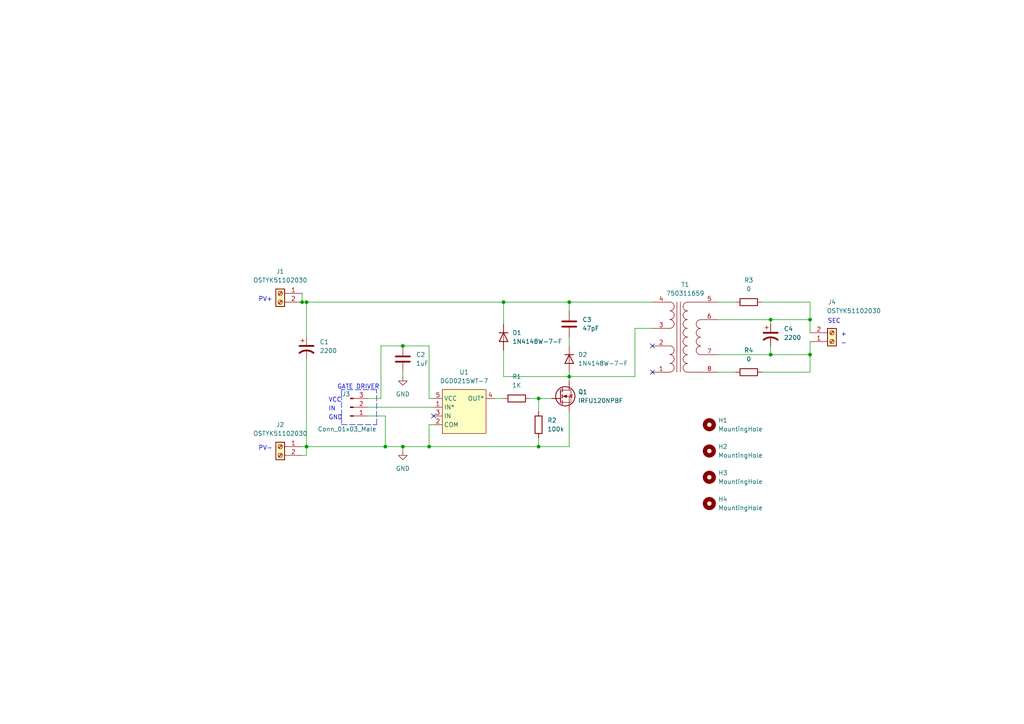
<source format=kicad_sch>
(kicad_sch (version 20211123) (generator eeschema)
  (paper "A4")
  (title_block (title "DPP Architecture for an MPPT design - Leonardo Ward") (date "2022-04-30") (rev "1.0"))
  (lib_symbols
    (symbol "C-1uF-0805:1uF" (pin_numbers hide) (pin_names (offset 1.016) hide)
      (property "Reference" "C" (at 3.81 3.81 0))
      (property "Value" "1uF" (at 5.08 1.27 0))
      (symbol "1uF_1_1"
        (polyline (pts (xy -2.032 -0.762) (xy 2.032 -0.762)) (stroke (width 0.508)))
        (polyline (pts (xy -2.032 0.762) (xy 2.032 0.762)) (stroke (width 0.508)))
        (pin passive line (at 0 3.81 270) (length 2.794) (name "~") (number "1"))
        (pin passive line (at 0 -3.81 90) (length 2.794) (name "~") (number "2"))
      )
    )
    (symbol "C-2200uF-50V-20%:2200" (pin_numbers hide) (pin_names hide)
      (property "Reference" "C" (at 2.54 5.08 0))
      (property "Value" "2200" (at 3.81 2.54 0))
      (symbol "2200_0_1"
        (polyline (pts (xy -2.032 0) (xy 2.032 0)) (stroke (width 0.508)))
        (polyline (pts (xy -1.651 1.524) (xy -0.635 1.524)))
        (polyline (pts (xy -1.143 1.016) (xy -1.143 2.032)))
        (arc (start 2.032 -2.0321) (mid 0 -1.3193) (end -2.032 -2.0321) (stroke (width 0.508)))
      )
      (symbol "2200_1_1"
        (pin passive line (at 0 2.54 270) (length 2.54) (name "~") (number "1"))
        (pin passive line (at 0 -3.81 90) (length 2.54) (name "~") (number "2"))
      )
    )
    (symbol "C-47pF-0805-100V-5%:47pF" (pin_numbers hide) (pin_names (offset 1.016) hide)
      (property "Reference" "C" (at 5.08 2.54 0))
      (property "Value" "47pF" (at 5.08 0 0))
      (symbol "47pF_1_1"
        (polyline (pts (xy -2.032 -0.762) (xy 2.032 -0.762)) (stroke (width 0.508)))
        (polyline (pts (xy -2.032 0.762) (xy 2.032 0.762)) (stroke (width 0.508)))
        (pin passive line (at 0 3.81 270) (length 2.794) (name "~") (number "1"))
        (pin passive line (at 0 -3.81 90) (length 2.794) (name "~") (number "2"))
      )
    )
    (symbol "Connector:Conn_01x03_Male" (pin_names (offset 1.016) hide)
      (property "Reference" "J" (at 0 5.08 0))
      (property "Value" "Conn_01x03_Male" (at 0 -5.08 0))
      (symbol "Conn_01x03_Male_1_1"
        (polyline (pts (xy 1.27 -2.54) (xy 0.8636 -2.54)) (stroke (width 0.1524)))
        (polyline (pts (xy 1.27 0) (xy 0.8636 0)) (stroke (width 0.1524)))
        (polyline (pts (xy 1.27 2.54) (xy 0.8636 2.54)) (stroke (width 0.1524)))
        (rectangle (start 0.8636 -2.413) (end 0 -2.667) (stroke (width 0.1524)) (fill (type outline)))
        (rectangle (start 0.8636 0.127) (end 0 -0.127) (stroke (width 0.1524)) (fill (type outline)))
        (rectangle (start 0.8636 2.667) (end 0 2.413) (stroke (width 0.1524)) (fill (type outline)))
        (pin passive line (at 5.08 2.54 180) (length 3.81) (name "Pin_1") (number "1"))
        (pin passive line (at 5.08 0 180) (length 3.81) (name "Pin_2") (number "2"))
        (pin passive line (at 5.08 -2.54 180) (length 3.81) (name "Pin_3") (number "3"))
      )
    )
    (symbol "D-1N4148W-7-F:1N4148W-7-F" (pin_numbers hide) (pin_names hide)
      (property "Reference" "D" (at 0 5.08 0))
      (property "Value" "1N4148W-7-F" (at 1.27 2.54 0))
      (symbol "1N4148W-7-F_0_1"
        (polyline (pts (xy -1.27 1.27) (xy -1.27 -1.27)) (stroke (width 0.254)))
        (polyline (pts (xy 1.27 0) (xy -1.27 0)))
        (polyline (pts (xy 1.27 1.27) (xy 1.27 -1.27) (xy -1.27 0) (xy 1.27 1.27)) (stroke (width 0.254)))
      )
      (symbol "1N4148W-7-F_1_1"
        (pin passive line (at -3.81 0 0) (length 2.54) (name "K") (number "1"))
        (pin passive line (at 3.81 0 180) (length 2.54) (name "A") (number "2"))
      )
    )
    (symbol "J-OSTYK51102030:OSTYK51102030" (pin_names (offset 0.002) hide)
      (property "Reference" "J" (at 10.16 7.62 0))
      (property "Value" "OSTYK51102030" (at 10.16 5.08 0))
      (symbol "OSTYK51102030_0_0"
        (pin passive line (at 0 0 0) (length 5.08) (name "1") (number "1"))
        (pin passive line (at 0 -2.54 0) (length 5.08) (name "2") (number "2"))
      )
      (symbol "OSTYK51102030_1_1"
        (polyline (pts (xy 5.8166 -2.2098) (xy 6.6802 -3.048)) (stroke (width 0.1524)))
        (polyline (pts (xy 5.8166 0.3302) (xy 6.6802 -0.508)) (stroke (width 0.1524)))
        (polyline (pts (xy 5.9944 -2.032) (xy 6.858 -2.8702)) (stroke (width 0.1524)))
        (polyline (pts (xy 5.9944 0.508) (xy 6.858 -0.3302)) (stroke (width 0.1524)))
        (rectangle (start 5.08 1.27) (end 7.62 -3.81) (stroke (width 0.254)) (fill (type background)))
        (circle (center 6.35 -2.54) (radius 0.635) (stroke (width 0.1524)))
        (circle (center 6.35 0) (radius 0.635) (stroke (width 0.1524)))
      )
    )
    (symbol "Mechanical:MountingHole" (pin_names (offset 1.016))
      (property "Reference" "H" (at 0 5.08 0))
      (property "Value" "MountingHole" (at 0 3.175 0))
      (symbol "MountingHole_0_1"
        (circle (center 0 0) (radius 1.27) (stroke (width 1.27)))
      )
    )
    (symbol "Q-IRFU120NPBF:IRFU120NPBF" (pin_numbers hide) (pin_names hide)
      (property "Reference" "Q" (at -2.54 7.62 0))
      (property "Value" "IRFU120NPBF" (at -2.54 5.08 0))
      (symbol "IRFU120NPBF_0_1"
        (polyline (pts (xy 2.54 2.54) (xy 2.54 -1.27)) (stroke (width 0.254)))
        (polyline (pts (xy 3.048 -0.635) (xy 3.048 -1.651)) (stroke (width 0.254)))
        (polyline (pts (xy 3.048 1.143) (xy 3.048 0.127)) (stroke (width 0.254)))
        (polyline (pts (xy 3.048 2.921) (xy 3.048 1.905)) (stroke (width 0.254)))
        (polyline (pts (xy 5.08 -1.905) (xy 5.08 0.635) (xy 3.81 0.635)))
        (polyline (pts (xy 3.048 -1.143) (xy 5.588 -1.143) (xy 5.588 2.413) (xy 3.048 2.413)))
        (polyline (pts (xy 3.302 0.635) (xy 4.318 1.016) (xy 4.318 0.254) (xy 3.302 0.635)) (fill (type outline)))
        (polyline (pts (xy 5.08 1.143) (xy 5.207 1.016) (xy 5.969 1.016) (xy 6.096 0.889)))
        (polyline (pts (xy 5.588 1.016) (xy 5.207 0.381) (xy 5.969 0.381) (xy 5.588 1.016)))
        (circle (center 3.937 0.635) (radius 2.794) (stroke (width 0.254)))
      )
      (symbol "IRFU120NPBF_1_1"
        (pin passive line (at 0 0 0) (length 2.54) (name "G") (number "1"))
        (pin passive line (at 5.08 5.08 270) (length 2.54) (name "D") (number "2"))
        (pin passive line (at 5.08 -3.81 90) (length 2.54) (name "S") (number "3"))
        (pin passive line (at 5.08 5.08 270) (length 2.54) (name "D") (number "4"))
      )
    )
    (symbol "R-0-0805:0" (pin_numbers hide) (pin_names (offset 1.016) hide)
      (property "Reference" "R" (at 2.54 3.81 0))
      (property "Value" "0" (at 2.54 0 0))
      (symbol "0_1_1"
        (rectangle (start -1.016 -2.54) (end 1.016 2.54) (stroke (width 0.254)))
        (pin passive line (at 0 3.81 270) (length 1.27) (name "~") (number "1"))
        (pin passive line (at 0 -3.81 90) (length 1.27) (name "~") (number "2"))
      )
    )
    (symbol "R-100K-0805:100k" (pin_numbers hide) (pin_names (offset 1.016) hide)
      (property "Reference" "R" (at 2.54 5.08 0))
      (property "Value" "100k" (at 3.81 2.54 0))
      (symbol "100k_1_1"
        (rectangle (start -1.016 -2.54) (end 1.016 2.54) (stroke (width 0.254)))
        (pin passive line (at 0 3.81 270) (length 1.27) (name "~") (number "1"))
        (pin passive line (at 0 -3.81 90) (length 1.27) (name "~") (number "2"))
      )
    )
    (symbol "R-1K-0805:1K" (pin_numbers hide) (pin_names (offset 0) hide)
      (property "Reference" "R" (at 2.54 2.54 0))
      (property "Value" "1K" (at 2.54 0 0))
      (symbol "1K_1_1"
        (rectangle (start -1.016 -2.54) (end 1.016 2.54) (stroke (width 0.254)))
        (pin passive line (at 0 3.81 270) (length 1.27) (name "~") (number "1"))
        (pin passive line (at 0 -3.81 90) (length 1.27) (name "~") (number "2"))
      )
    )
    (symbol "T-750311659:750311659" (pin_names (offset 0) hide)
      (property "Reference" "T" (at 7.62 3.81 0))
      (property "Value" "750311659" (at 3.81 1.27 0))
      (symbol "750311659_0_0"
        (pin passive line (at 0 -20.32 0) (length 5.08) (name "AUX_1") (number "1"))
        (pin passive line (at 0 -12.7 0) (length 5.08) (name "AUX_2") (number "2"))
        (pin passive line (at 0 -7.62 0) (length 5.08) (name "PRI_1") (number "3"))
        (pin passive line (at 0 0 0) (length 5.08) (name "PRI_2") (number "4"))
        (pin passive line (at 19.05 0 180) (length 5.08) (name "SEC_1") (number "5"))
        (pin passive line (at 19.05 -5.08 180) (length 5.08) (name "SEC_2") (number "6"))
        (pin passive line (at 19.05 -15.24 180) (length 5.08) (name "SEC_3") (number "7"))
        (pin passive line (at 19.05 -20.32 180) (length 5.08) (name "SEC_4") (number "8"))
      )
      (symbol "750311659_0_1"
        (polyline (pts (xy 7.0937 -20.2757) (xy 7.0937 0.0443)))
        (polyline (pts (xy 8.1097 0.0443) (xy 8.1097 -20.2757)))
        (polyline (pts (xy 10.16 -20.32) (xy 13.97 -20.32)))
        (polyline (pts (xy 10.16 0) (xy 13.97 0)))
        (arc (start 5.0617 -20.2757) (mid 5.9559 -19.9072) (end 6.3063 -19.0057))
        (arc (start 5.0617 -17.7357) (mid 5.9559 -17.3672) (end 6.3063 -16.4657))
        (arc (start 5.0617 -15.1957) (mid 5.9559 -14.8272) (end 6.3063 -13.9257))
        (arc (start 5.0617 -7.5757) (mid 5.9559 -7.2072) (end 6.3063 -6.3057))
        (arc (start 5.0617 -5.0357) (mid 5.9559 -4.6672) (end 6.3063 -3.7657))
        (arc (start 5.0617 -2.4957) (mid 5.9559 -2.1272) (end 6.3063 -1.2257))
        (arc (start 6.3063 -19.0057) (mid 5.9418 -18.1256) (end 5.0617 -17.7611))
        (arc (start 6.3063 -16.4657) (mid 5.9418 -15.5856) (end 5.0617 -15.2211))
        (arc (start 6.3063 -13.9257) (mid 5.9418 -13.0456) (end 5.0617 -12.6811))
        (arc (start 6.3063 -6.3057) (mid 5.9418 -5.4256) (end 5.0617 -5.0611))
        (arc (start 6.3063 -3.7657) (mid 5.9418 -2.8856) (end 5.0617 -2.5211))
        (arc (start 6.3063 -1.2257) (mid 5.9418 -0.3456) (end 5.0617 0.0189))
        (arc (start 8.8717 -13.9257) (mid 9.2437 -14.8237) (end 10.1417 -15.1957))
        (arc (start 8.8717 -11.3857) (mid 9.2437 -12.2837) (end 10.1417 -12.6557))
        (arc (start 8.8717 -8.8457) (mid 9.2437 -9.7437) (end 10.1417 -10.1157))
        (arc (start 8.8717 -6.3057) (mid 9.2437 -7.2037) (end 10.1417 -7.5757))
        (arc (start 8.8897 -19.0497) (mid 9.2616 -19.948) (end 10.1597 -20.3197))
        (arc (start 8.8897 -16.5097) (mid 9.2616 -17.408) (end 10.1597 -17.7797))
        (arc (start 8.8897 -3.8097) (mid 9.2616 -4.708) (end 10.1597 -5.0797))
        (arc (start 8.8897 -1.2697) (mid 9.2616 -2.168) (end 10.1597 -2.5397))
        (arc (start 10.1417 -12.6811) (mid 9.2578 -13.0494) (end 8.8717 -13.9257))
        (arc (start 10.1417 -10.1411) (mid 9.2578 -10.5094) (end 8.8717 -11.3857))
        (arc (start 10.1417 -7.6011) (mid 9.2578 -7.9694) (end 8.8717 -8.8457))
        (arc (start 10.1417 -5.0611) (mid 9.2578 -5.4294) (end 8.8717 -6.3057))
        (arc (start 10.1597 -17.8051) (mid 9.2758 -18.1734) (end 8.8897 -19.0497))
        (arc (start 10.1597 -15.2651) (mid 9.2758 -15.6334) (end 8.8897 -16.5097))
        (arc (start 10.1597 -2.5651) (mid 9.2758 -2.9334) (end 8.8897 -3.8097))
        (arc (start 10.1597 -0.0251) (mid 9.2758 -0.3934) (end 8.8897 -1.2697))
        (arc (start 12.6997 -13.9697) (mid 13.0716 -14.868) (end 13.9697 -15.2397))
        (arc (start 12.6997 -11.4297) (mid 13.0716 -12.328) (end 13.9697 -12.6997))
        (arc (start 12.6997 -8.8897) (mid 13.0716 -9.788) (end 13.9697 -10.1597))
        (arc (start 12.6997 -6.3497) (mid 13.0716 -7.248) (end 13.9697 -7.6197))
        (arc (start 13.9697 -12.7251) (mid 13.0858 -13.0934) (end 12.6997 -13.9697))
        (arc (start 13.9697 -10.1851) (mid 13.0858 -10.5534) (end 12.6997 -11.4297))
        (arc (start 13.9697 -7.6451) (mid 13.0858 -8.0134) (end 12.6997 -8.8897))
        (arc (start 13.9697 -5.1051) (mid 13.0858 -5.4734) (end 12.6997 -6.3497))
      )
    )
    (symbol "U-DGD0215WT-7:DGD0215WT-7"
      (property "Reference" "U" (at 0 7.62 0))
      (property "Value" "DGD0215WT-7" (at 0 5.08 0))
      (symbol "DGD0215WT-7_0_1"
        (rectangle (start -6.35 2.54) (end 6.35 -10.16) (fill (type background)))
      )
      (symbol "DGD0215WT-7_1_1"
        (pin passive line (at -8.89 -2.54 0) (length 2.54) (name "IN*") (number "1"))
        (pin passive line (at -8.89 -7.62 0) (length 2.54) (name "COM") (number "2"))
        (pin passive line (at -8.89 -5.08 0) (length 2.54) (name "IN") (number "3"))
        (pin passive line (at 8.89 0 180) (length 2.54) (name "OUT*") (number "4"))
        (pin passive line (at -8.89 0 0) (length 2.54) (name "VCC") (number "5"))
      )
    )
    (symbol "power:GND" (power) (pin_names (offset 0))
      (property "Value" "GND" (at 0 -3.81 0))
      (symbol "GND_0_1"
        (polyline (pts (xy 0 0) (xy 0 -1.27) (xy 1.27 -1.27) (xy 0 -2.54) (xy -1.27 -1.27) (xy 0 -1.27)))
      )
      (symbol "GND_1_1"
        (pin power_in line (at 0 0 270) (length 0) hide (name "GND") (number "1"))
      )
    )
  )
  (junction (at 234.95 102.87))
  (junction (at 124.46 129.54))
  (junction (at 111.76 129.54))
  (junction (at 156.21 115.57))
  (junction (at 88.9 129.54))
  (junction (at 156.21 129.54))
  (junction (at 165.1 109.22))
  (junction (at 223.52 102.87))
  (junction (at 88.9 87.63))
  (junction (at 116.84 100.33))
  (junction (at 116.84 129.54))
  (junction (at 87.63 87.63))
  (junction (at 165.1 87.63))
  (junction (at 146.05 87.63))
  (junction (at 223.52 92.71))
  (junction (at 234.95 92.71))
  (no_connect (at 125.73 120.65))
  (no_connect (at 189.23 107.95))
  (no_connect (at 189.23 100.33))
  (wire (pts (xy 184.15 109.22) (xy 184.15 95.25)))
  (wire (pts (xy 220.98 87.63) (xy 234.95 87.63)))
  (wire (pts (xy 165.1 87.63) (xy 189.23 87.63)))
  (wire (pts (xy 220.98 107.95) (xy 234.95 107.95)))
  (wire (pts (xy 184.15 95.25) (xy 189.23 95.25)))
  (wire (pts (xy 165.1 109.22) (xy 165.1 110.49)))
  (wire (pts (xy 88.9 87.63) (xy 146.05 87.63)))
  (wire (pts (xy 156.21 127) (xy 156.21 129.54)))
  (wire (pts (xy 88.9 129.54) (xy 111.76 129.54)))
  (wire (pts (xy 106.68 120.65) (xy 111.76 120.65)))
  (polyline (pts (xy 99.06 113.03) (xy 99.06 114.3)))
  (wire (pts (xy 223.52 92.71) (xy 223.52 93.98)))
  (wire (pts (xy 165.1 87.63) (xy 165.1 90.17)))
  (wire (pts (xy 106.68 118.11) (xy 125.73 118.11)))
  (wire (pts (xy 116.84 107.95) (xy 116.84 109.22)))
  (wire (pts (xy 124.46 129.54) (xy 156.21 129.54)))
  (wire (pts (xy 124.46 123.19) (xy 124.46 129.54)))
  (wire (pts (xy 234.95 107.95) (xy 234.95 102.87)))
  (wire (pts (xy 110.49 100.33) (xy 110.49 115.57)))
  (wire (pts (xy 87.63 129.54) (xy 88.9 129.54)))
  (wire (pts (xy 156.21 119.38) (xy 156.21 115.57)))
  (polyline (pts (xy 99.06 123.19) (xy 109.22 123.19)))
  (wire (pts (xy 88.9 132.08) (xy 88.9 129.54)))
  (wire (pts (xy 116.84 100.33) (xy 110.49 100.33)))
  (wire (pts (xy 124.46 115.57) (xy 124.46 100.33)))
  (wire (pts (xy 234.95 87.63) (xy 234.95 92.71)))
  (wire (pts (xy 156.21 115.57) (xy 160.02 115.57)))
  (wire (pts (xy 88.9 104.14) (xy 88.9 129.54)))
  (wire (pts (xy 165.1 109.22) (xy 165.1 107.95)))
  (wire (pts (xy 111.76 129.54) (xy 116.84 129.54)))
  (wire (pts (xy 111.76 120.65) (xy 111.76 129.54)))
  (wire (pts (xy 208.28 102.87) (xy 223.52 102.87)))
  (wire (pts (xy 143.51 115.57) (xy 146.05 115.57)))
  (polyline (pts (xy 109.22 113.03) (xy 99.06 113.03)) (stroke (width 0) (type dash)))
  (wire (pts (xy 234.95 92.71) (xy 234.95 96.52)))
  (wire (pts (xy 88.9 87.63) (xy 88.9 97.79)))
  (wire (pts (xy 146.05 87.63) (xy 165.1 87.63)))
  (wire (pts (xy 110.49 115.57) (xy 106.68 115.57)))
  (polyline (pts (xy 109.22 123.19) (xy 109.22 113.03)))
  (wire (pts (xy 165.1 109.22) (xy 184.15 109.22)))
  (wire (pts (xy 156.21 129.54) (xy 165.1 129.54)))
  (polyline (pts (xy 99.06 114.3) (xy 99.06 123.19)))
  (wire (pts (xy 223.52 102.87) (xy 234.95 102.87)))
  (wire (pts (xy 208.28 92.71) (xy 223.52 92.71)))
  (wire (pts (xy 116.84 129.54) (xy 116.84 130.81)))
  (wire (pts (xy 116.84 129.54) (xy 124.46 129.54)))
  (wire (pts (xy 124.46 100.33) (xy 116.84 100.33)))
  (wire (pts (xy 125.73 115.57) (xy 124.46 115.57)))
  (wire (pts (xy 223.52 92.71) (xy 234.95 92.71)))
  (wire (pts (xy 208.28 107.95) (xy 213.36 107.95)))
  (wire (pts (xy 87.63 87.63) (xy 88.9 87.63)))
  (wire (pts (xy 153.67 115.57) (xy 156.21 115.57)))
  (wire (pts (xy 146.05 101.6) (xy 146.05 109.22)))
  (wire (pts (xy 125.73 123.19) (xy 124.46 123.19)))
  (wire (pts (xy 87.63 85.09) (xy 87.63 87.63)))
  (wire (pts (xy 146.05 87.63) (xy 146.05 93.98)))
  (wire (pts (xy 146.05 109.22) (xy 165.1 109.22)))
  (wire (pts (xy 87.63 132.08) (xy 88.9 132.08)))
  (wire (pts (xy 208.28 87.63) (xy 213.36 87.63)))
  (wire (pts (xy 234.95 99.06) (xy 234.95 102.87)))
  (wire (pts (xy 223.52 100.33) (xy 223.52 102.87)))
  (wire (pts (xy 165.1 97.79) (xy 165.1 100.33)))
  (wire (pts (xy 165.1 119.38) (xy 165.1 129.54)))
  (text "VCC" (at 95.25 116.84 0) (effects (font (size 1.27 1.27)) (justify left bottom)))
  (text "SEC" (at 240.03 93.98 0) (effects (font (size 1.27 1.27)) (justify left bottom)))
  (text "+" (at 243.84 97.79 0) (effects (font (size 1.27 1.27)) (justify left bottom)))
  (text "PV+" (at 74.93 87.63 0) (effects (font (size 1.27 1.27)) (justify left bottom)))
  (text "IN" (at 95.25 119.38 0) (effects (font (size 1.27 1.27)) (justify left bottom)))
  (text "-" (at 243.84 100.33 0) (effects (font (size 1.27 1.27)) (justify left bottom)))
  (text "GND" (at 95.25 121.92 0) (effects (font (size 1.27 1.27)) (justify left bottom)))
  (text "PV-" (at 74.93 130.81 0) (effects (font (size 1.27 1.27)) (justify left bottom)))
  (text "GATE DRIVER" (at 97.79 113.03 0) (effects (font (size 1.27 1.27)) (justify left bottom)))
  (symbol (lib_id "T-750311659:750311659") (at 189.23 87.63 0) (unit 1)
    (property "Reference" "T1" (at 198.7458 82.55 0))
    (property "Value" "750311659" (at 198.7458 85.09 0))
    (property "Footprint" "T-750311659:750311659" (effects hide))
    (property "Datasheet" "https://katalog.we-online.de/ctm/datasheet/750311659.pdf" (effects hide))
    (property "Description" "Power Transformers MID-L8300 LT Flyback Isol .3mH 5V .08A" (effects hide))
    (property "Height" "10.54" (effects hide))
    (property "Manufacturer_Name" "Wurth Elektronik" (effects hide))
    (property "Manufacturer_Part_Number" "750311659" (effects hide))
    (property "Supplier 1" "Digi-Key" (effects hide))
    (property "Supplier Part Number 1" "1297-1126-1-ND" (effects hide))
    (property "Supplier 2" "Mouser" (effects hide))
    (property "Supplier Part Number 2" "710-750311659" (effects hide))
  )
  (symbol (lib_id "C-2200uF-50V-20%:2200") (at 88.9 100.33 0) (unit 1)
    (property "Reference" "C1" (at 92.71 99.1869 0) (effects (justify left)))
    (property "Value" "2200" (at 92.71 101.7269 0) (effects (justify left)))
    (property "Footprint" "Capacitor_THT:CP_Radial_D16.0mm_P7.50mm" (effects hide))
    (property "Datasheet" "https://www.cde.com/resources/catalogs/CKR_CKS.pdf" (effects hide))
    (property "Manufacturer_Name" "Cornell Dubilier / Illinois Capacitor" (effects hide))
    (property "Manufacturer_Part_Number" "228CKS050MQW" (effects hide))
    (property "Supplier 1" "Digi-Key" (effects hide))
    (property "Supplier Part Number 1" "228CKS050MQW-ND" (effects hide))
    (property "Supplier 2" "Mouser" (effects hide))
    (property "Supplier Part Number 2" "598-228CKS050MQW" (effects hide))
  )
  (symbol (lib_id "power:GND") (at 116.84 109.22 0) (unit 1)
    (property "Reference" "#PWR01" (effects hide))
    (property "Value" "GND" (at 116.84 114.3 0))
  )
  (symbol (lib_id "Mechanical:MountingHole") (at 205.74 123.19 0) (unit 1)
    (property "Reference" "H1" (at 208.28 121.9199 0) (effects (justify left)))
    (property "Value" "MountingHole" (at 208.28 124.4599 0) (effects (justify left)))
    (property "Footprint" "MountingHole:MountingHole_3.5mm" (effects hide))
  )
  (symbol (lib_id "C-2200uF-50V-20%:2200") (at 223.52 96.52 0) (unit 1)
    (property "Reference" "C4" (at 227.33 95.3769 0) (effects (justify left)))
    (property "Value" "2200" (at 227.33 97.9169 0) (effects (justify left)))
    (property "Footprint" "Capacitor_THT:CP_Radial_D16.0mm_P7.50mm" (effects hide))
    (property "Datasheet" "https://www.cde.com/resources/catalogs/CKR_CKS.pdf" (effects hide))
    (property "Manufacturer_Name" "Cornell Dubilier / Illinois Capacitor" (effects hide))
    (property "Manufacturer_Part_Number" "228CKS050MQW" (effects hide))
    (property "Supplier 1" "Digi-Key" (effects hide))
    (property "Supplier Part Number 1" "228CKS050MQW-ND" (effects hide))
    (property "Supplier 2" "Mouser" (effects hide))
    (property "Supplier Part Number 2" "598-228CKS050MQW" (effects hide))
  )
  (symbol (lib_id "Connector:Conn_01x03_Male") (at 101.6 118.11 0) (mirror x) (unit 1)
    (property "Reference" "J3" (at 101.6 114.3 0) (effects (justify right)))
    (property "Value" "Conn_01x03_Male" (at 109.22 124.46 0) (effects (justify right)))
    (property "Footprint" "Connector_PinHeader_2.54mm:PinHeader_1x03_P2.54mm_Vertical" (effects hide))
  )
  (symbol (lib_id "U-DGD0215WT-7:DGD0215WT-7") (at 134.62 115.57 0) (unit 1)
    (property "Reference" "U1" (at 134.62 107.95 0))
    (property "Value" "DGD0215WT-7" (at 134.62 110.49 0))
    (property "Footprint" "Package_TO_SOT_SMD:SOT-23-5_HandSoldering" (effects hide))
    (property "Datasheet" "https://www.diodes.com/assets/Datasheets/DGD0215-0216.pdf" (effects hide))
    (property "Manufacturer_Name" "Diodes Incorporated" (effects hide))
    (property "Manufacturer_Part_Number" "DGD0215WT-7" (effects hide))
    (property "Supplier 1" "Digi-Key" (effects hide))
    (property "Supplier Part Number 1" "DGD0215WT-7DICT-ND" (effects hide))
  )
  (symbol (lib_id "J-OSTYK51102030:OSTYK51102030") (at 87.63 129.54 0) (mirror y) (unit 1)
    (property "Reference" "J2" (at 81.28 123.19 0))
    (property "Value" "OSTYK51102030" (at 81.28 125.73 0))
    (property "Footprint" "J-OSTYK51102030:OSTYK51102030" (effects hide))
    (property "Datasheet" "https://datasheet.datasheetarchive.com/originals/distributors/Datasheets-DGA23/1525676.pdf" (effects hide))
    (property "Description" "CONN BARRIER STRIP 2CIRC 0.374\"" (effects hide))
    (property "Height" "18.5" (effects hide))
    (property "Manufacturer_Name" "On Shore Technology Inc." (effects hide))
    (property "Manufacturer_Part_Number" "OSTYK51102030" (effects hide))
    (property "Supplier 1" "Digi-Key" (effects hide))
    (property "Supplier Part Number 1" "ED2953-ND" (effects hide))
  )
  (symbol (lib_id "D-1N4148W-7-F:1N4148W-7-F") (at 165.1 104.14 270) (unit 1)
    (property "Reference" "D2" (at 167.64 102.8699 90) (effects (justify left)))
    (property "Value" "1N4148W-7-F" (at 167.64 105.4099 90) (effects (justify left)))
    (property "Footprint" "Diode_SMD:D_SOD-123" (effects hide))
    (property "Datasheet" "https://www.diodes.com/assets/Datasheets/BAV16W_1N4148W.pdf" (effects hide))
    (property "Manufacturer_Name" "Diodes Incorporated" (effects hide))
    (property "Manufacturer_Part_Number" "1N4148W-7-F" (effects hide))
    (property "Supplier 1" "Digi-Key" (effects hide))
    (property "Supplier Part Number 1" "1N4148W-FDICT-ND" (effects hide))
    (property "Supplier 2" "Mouser" (effects hide))
    (property "Supplier Part Number 2" "621-1N4148W-F" (effects hide))
    (property "LCSC" "C83528" (effects hide))
  )
  (symbol (lib_id "Mechanical:MountingHole") (at 205.74 138.43 0) (unit 1)
    (property "Reference" "H3" (at 208.28 137.1599 0) (effects (justify left)))
    (property "Value" "MountingHole" (at 208.28 139.6999 0) (effects (justify left)))
    (property "Footprint" "MountingHole:MountingHole_3.5mm" (effects hide))
  )
  (symbol (lib_id "Mechanical:MountingHole") (at 205.74 146.05 0) (unit 1)
    (property "Reference" "H4" (at 208.28 144.7799 0) (effects (justify left)))
    (property "Value" "MountingHole" (at 208.28 147.3199 0) (effects (justify left)))
    (property "Footprint" "MountingHole:MountingHole_3.5mm" (effects hide))
  )
  (symbol (lib_id "C-1uF-0805:1uF") (at 116.84 104.14 0) (unit 1)
    (property "Reference" "C2" (at 120.65 102.8699 0) (effects (justify left)))
    (property "Value" "1uF" (at 120.65 105.4099 0) (effects (justify left)))
    (property "Footprint" "Capacitor_SMD:C_0805_2012Metric" (effects hide))
    (property "Datasheet" "http://www.samsungsem.com/kr/support/product-search/mlcc/CL21B105KAFNNNE.jsp" (effects hide))
    (property "Manufacturer" "Samsung Electro-Mechanics" (effects hide))
    (property "Manufacturer Part Number" "CL21B105KAFNNNE" (effects hide))
    (property "Supplier 1" "Digi-Key" (effects hide))
    (property "Supplier Part Number 1" "1276-1066-1-ND" (effects hide))
    (property "Supplier 2" "Mouser" (effects hide))
    (property "Supplier Part Number 2" "187-CL21B105KAFNNNE" (effects hide))
    (property "LCSC" "C116352" (effects hide))
  )
  (symbol (lib_id "R-0-0805:0") (at 217.17 107.95 90) (unit 1)
    (property "Reference" "R4" (at 217.17 101.6 90))
    (property "Value" "0" (at 217.17 104.14 90))
    (property "Footprint" "Resistor_SMD:R_0805_2012Metric" (effects hide))
    (property "Datasheet" "https://www.yageo.com/upload/media/product/productsearch/datasheet/rchip/PYu-RC_Group_51_RoHS_L_11.pdf" (effects hide))
    (property "Supplier 1" "Digi-Key" (effects hide))
    (property "Supplier Part Number 1" "311-0.0ARCT-ND" (effects hide))
    (property "Manufacturer" "Yageo" (effects hide))
    (property "Manufacturer Part Number" "RC0805JR-070RL" (effects hide))
  )
  (symbol (lib_id "Mechanical:MountingHole") (at 205.74 130.81 0) (unit 1)
    (property "Reference" "H2" (at 208.28 129.5399 0) (effects (justify left)))
    (property "Value" "MountingHole" (at 208.28 132.0799 0) (effects (justify left)))
    (property "Footprint" "MountingHole:MountingHole_3.5mm" (effects hide))
  )
  (symbol (lib_id "R-100K-0805:100k") (at 156.21 123.19 0) (unit 1)
    (property "Reference" "R2" (at 158.75 121.9199 0) (effects (justify left)))
    (property "Value" "100k" (at 158.75 124.4599 0) (effects (justify left)))
    (property "Footprint" "Resistor_SMD:R_0805_2012Metric_Pad1.20x1.40mm_HandSolder" (effects hide))
    (property "Datasheet" "https://www.seielect.com/catalog/sei-rmcf_rmcp.pdf" (effects hide))
    (property "Supplier 1" "Digi-Key" (effects hide))
    (property "Supplier Part Number 1" "RMCF0805FG100KCT-ND" (effects hide))
    (property "Manufacturer_Name" "Stackpole Electronics Inc" (effects hide))
    (property "Manufacturer_Part_Number" "RMCF0805FG100K" (effects hide))
  )
  (symbol (lib_id "D-1N4148W-7-F:1N4148W-7-F") (at 146.05 97.79 270) (unit 1)
    (property "Reference" "D1" (at 148.59 96.5199 90) (effects (justify left)))
    (property "Value" "1N4148W-7-F" (at 148.59 99.0599 90) (effects (justify left)))
    (property "Footprint" "Diode_SMD:D_SOD-123" (effects hide))
    (property "Datasheet" "https://www.diodes.com/assets/Datasheets/BAV16W_1N4148W.pdf" (effects hide))
    (property "Manufacturer_Name" "Diodes Incorporated" (effects hide))
    (property "Manufacturer_Part_Number" "1N4148W-7-F" (effects hide))
    (property "Supplier 1" "Digi-Key" (effects hide))
    (property "Supplier Part Number 1" "1N4148W-FDICT-ND" (effects hide))
    (property "Supplier 2" "Mouser" (effects hide))
    (property "Supplier Part Number 2" "621-1N4148W-F" (effects hide))
    (property "LCSC" "C83528" (effects hide))
  )
  (symbol (lib_id "J-OSTYK51102030:OSTYK51102030") (at 87.63 85.09 0) (mirror y) (unit 1)
    (property "Reference" "J1" (at 81.28 78.74 0))
    (property "Value" "OSTYK51102030" (at 81.28 81.28 0))
    (property "Footprint" "J-OSTYK51102030:OSTYK51102030" (effects hide))
    (property "Datasheet" "https://datasheet.datasheetarchive.com/originals/distributors/Datasheets-DGA23/1525676.pdf" (effects hide))
    (property "Description" "CONN BARRIER STRIP 2CIRC 0.374\"" (effects hide))
    (property "Height" "18.5" (effects hide))
    (property "Manufacturer_Name" "On Shore Technology Inc." (effects hide))
    (property "Manufacturer_Part_Number" "OSTYK51102030" (effects hide))
    (property "Supplier 1" "Digi-Key" (effects hide))
    (property "Supplier Part Number 1" "ED2953-ND" (effects hide))
  )
  (symbol (lib_id "power:GND") (at 116.84 130.81 0) (unit 1)
    (property "Reference" "#PWR02" (effects hide))
    (property "Value" "GND" (at 116.84 135.89 0))
  )
  (symbol (lib_id "Q-IRFU120NPBF:IRFU120NPBF") (at 160.02 115.57 0) (unit 1)
    (property "Reference" "Q1" (at 167.64 113.6649 0) (effects (justify left)))
    (property "Value" "IRFU120NPBF" (at 167.64 116.2049 0) (effects (justify left)))
    (property "Footprint" "Package_TO_SOT_THT:TO-251-3-1EP_Horizontal_TabDown" (effects hide))
    (property "Datasheet" "https://www.infineon.com/dgdl/irfr120npbf.pdf?fileId=5546d462533600a40153562d2620204d" (effects hide))
    (property "Manufacturer_Name" "Infineon Technologies" (effects hide))
    (property "Manufacturer_Part_Number" "IRFU120NPBF" (effects hide))
    (property "Supplier 1" "Digi-Key" (effects hide))
    (property "Supplier Part Number 1" "IRFU120NPBF-ND" (effects hide))
    (property "Supplier 2" "Mouser" (effects hide))
    (property "Supplier Part Number 2" "942-IRFU120NPBF" (effects hide))
    (property "LCSC" "C3025" (effects hide))
  )
  (symbol (lib_id "R-0-0805:0") (at 217.17 87.63 90) (unit 1)
    (property "Reference" "R3" (at 217.17 81.28 90))
    (property "Value" "0" (at 217.17 83.82 90))
    (property "Footprint" "Resistor_SMD:R_0805_2012Metric" (effects hide))
    (property "Datasheet" "https://www.yageo.com/upload/media/product/productsearch/datasheet/rchip/PYu-RC_Group_51_RoHS_L_11.pdf" (effects hide))
    (property "Supplier 1" "Digi-Key" (effects hide))
    (property "Supplier Part Number 1" "311-0.0ARCT-ND" (effects hide))
    (property "Manufacturer" "Yageo" (effects hide))
    (property "Manufacturer Part Number" "RC0805JR-070RL" (effects hide))
  )
  (symbol (lib_id "R-1K-0805:1K") (at 149.86 115.57 90) (unit 1)
    (property "Reference" "R1" (at 149.86 109.22 90))
    (property "Value" "1K" (at 149.86 111.76 90))
    (property "Footprint" "Resistor_SMD:R_0805_2012Metric" (effects hide))
    (property "Datasheet" "https://www.seielect.com/catalog/sei-rmcf_rmcp.pdf" (effects hide))
    (property "Manufacturer" "Stackpole Electronics Inc" (effects hide))
    (property "Manufacturer_Part_Number" "RMCF0805FT1K00" (effects hide))
    (property "Supplier 1" "Digi-Key" (effects hide))
    (property "Supplier Part Number 1" "RMCF0805FT1K00CT-ND" (effects hide))
  )
  (symbol (lib_id "J-OSTYK51102030:OSTYK51102030") (at 234.95 99.06 0) (mirror x) (unit 1)
    (property "Reference" "J4" (at 241.3 87.63 0))
    (property "Value" "OSTYK51102030" (at 247.65 90.17 0))
    (property "Footprint" "J-OSTYK51102030:OSTYK51102030" (effects hide))
    (property "Datasheet" "https://datasheet.datasheetarchive.com/originals/distributors/Datasheets-DGA23/1525676.pdf" (effects hide))
    (property "Description" "CONN BARRIER STRIP 2CIRC 0.374\"" (effects hide))
    (property "Height" "18.5" (effects hide))
    (property "Manufacturer_Name" "On Shore Technology Inc." (effects hide))
    (property "Manufacturer_Part_Number" "OSTYK51102030" (effects hide))
    (property "Supplier 1" "Digi-Key" (effects hide))
    (property "Supplier Part Number 1" "ED2953-ND" (effects hide))
  )
  (symbol (lib_id "C-47pF-0805-100V-5%:47pF") (at 165.1 93.98 0) (unit 1)
    (property "Reference" "C3" (at 168.91 92.7099 0) (effects (justify left)))
    (property "Value" "47pF" (at 168.91 95.2499 0) (effects (justify left)))
    (property "Footprint" "Capacitor_SMD:C_0805_2012Metric" (effects hide))
    (property "Datasheet" "https://datasheets.kyocera-avx.com/C0GNP0-Dielectric.pdf" (effects hide))
    (property "Manufacturer" "KYOCERA AVX" (effects hide))
    (property "Manufacturer_Part_Number" "08051A470JAT2A" (effects hide))
    (property "Supplier 1" "Digi-Key" (effects hide))
    (property "Supplier Part Number 1" "478-1282-1-ND" (effects hide))
    (property "Supplier 2" "Mouser" (effects hide))
    (property "Supplier Part Number 2" "581-08051A470J" (effects hide))
  )
)
</source>
